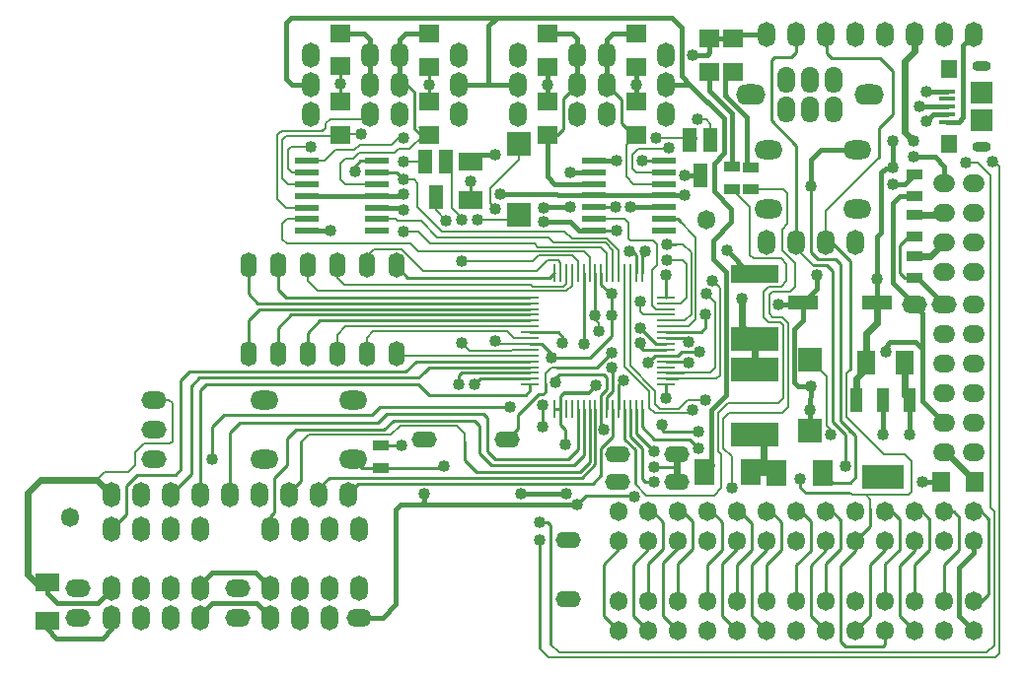
<source format=gtl>
G04 (created by PCBNEW-RS274X (2012-01-19 BZR 3256)-stable) date 30/5/2556 14:25:47*
G01*
G70*
G90*
%MOIN*%
G04 Gerber Fmt 3.4, Leading zero omitted, Abs format*
%FSLAX34Y34*%
G04 APERTURE LIST*
%ADD10C,0.006000*%
%ADD11O,0.060000X0.065000*%
%ADD12O,0.060000X0.085000*%
%ADD13R,0.062900X0.070900*%
%ADD14O,0.085000X0.055000*%
%ADD15O,0.085000X0.060000*%
%ADD16O,0.095000X0.064000*%
%ADD17O,0.060000X0.090000*%
%ADD18O,0.100000X0.070000*%
%ADD19R,0.070900X0.062900*%
%ADD20R,0.010000X0.060000*%
%ADD21R,0.060000X0.010000*%
%ADD22O,0.055000X0.085000*%
%ADD23R,0.144000X0.080000*%
%ADD24R,0.040000X0.080000*%
%ADD25R,0.078700X0.019700*%
%ADD26R,0.078700X0.078700*%
%ADD27O,0.075000X0.060000*%
%ADD28R,0.045000X0.080000*%
%ADD29R,0.080000X0.060000*%
%ADD30R,0.055000X0.035000*%
%ADD31C,0.060000*%
%ADD32R,0.160000X0.080000*%
%ADD33R,0.070900X0.086600*%
%ADD34R,0.098400X0.047200*%
%ADD35R,0.060000X0.080000*%
%ADD36R,0.160000X0.060000*%
%ADD37R,0.053100X0.015700*%
%ADD38R,0.055100X0.063000*%
%ADD39R,0.074800X0.074800*%
%ADD40O,0.063000X0.035400*%
%ADD41C,0.040000*%
%ADD42C,0.010000*%
%ADD43C,0.015000*%
%ADD44C,0.008000*%
%ADD45C,0.024000*%
G04 APERTURE END LIST*
G54D10*
G54D11*
X71949Y-48170D03*
X71949Y-49170D03*
X70949Y-48170D03*
X70949Y-49170D03*
X69949Y-48170D03*
X69949Y-49170D03*
X68949Y-48170D03*
X68949Y-49170D03*
X67949Y-48170D03*
X67949Y-49170D03*
X66949Y-48170D03*
X66949Y-49170D03*
X65949Y-48170D03*
X65949Y-49170D03*
X64949Y-48170D03*
X64949Y-49170D03*
X63949Y-48170D03*
X63949Y-49170D03*
X62949Y-48170D03*
X62949Y-49170D03*
X61949Y-48170D03*
X61949Y-49170D03*
X60949Y-48170D03*
X60949Y-49170D03*
X59949Y-48170D03*
X59949Y-49170D03*
X41402Y-45342D03*
X62898Y-35283D03*
G54D12*
X64943Y-36027D03*
X65943Y-36027D03*
X66943Y-36027D03*
X67943Y-36027D03*
G54D13*
X70841Y-44145D03*
X71959Y-44145D03*
G54D14*
X58246Y-48116D03*
X58246Y-46116D03*
G54D15*
X41678Y-48737D03*
X41678Y-47737D03*
G54D16*
X68016Y-32897D03*
X68016Y-34897D03*
X65016Y-32897D03*
X65016Y-34897D03*
G54D17*
X67210Y-30530D03*
X67210Y-31550D03*
X66410Y-30530D03*
X66410Y-31550D03*
X65610Y-30530D03*
X65610Y-31550D03*
G54D18*
X64410Y-31040D03*
X68410Y-31040D03*
G54D12*
X48186Y-45737D03*
X49186Y-45737D03*
X50186Y-45737D03*
X51186Y-45737D03*
G54D15*
X47064Y-48745D03*
X47064Y-47745D03*
G54D14*
X61914Y-43204D03*
X59914Y-43204D03*
G54D19*
X63018Y-30269D03*
X63018Y-29151D03*
X63815Y-30268D03*
X63815Y-29150D03*
G54D20*
X59743Y-37071D03*
X59548Y-37071D03*
X59353Y-37071D03*
X59153Y-37071D03*
X58958Y-37071D03*
X58763Y-37071D03*
X58563Y-37071D03*
X58368Y-37071D03*
X58173Y-37071D03*
X57973Y-37071D03*
X57778Y-37071D03*
X59743Y-41671D03*
X59548Y-41671D03*
X59353Y-41671D03*
X59153Y-41671D03*
X58958Y-41671D03*
X58763Y-41671D03*
X58563Y-41671D03*
X58368Y-41671D03*
X58173Y-41671D03*
X57973Y-41671D03*
X57778Y-41671D03*
G54D21*
X61553Y-37896D03*
X61553Y-38091D03*
X61553Y-38291D03*
X61553Y-38486D03*
X61553Y-38681D03*
X61553Y-38881D03*
X61553Y-39076D03*
X61553Y-39271D03*
X61553Y-39471D03*
X61553Y-39666D03*
X61553Y-39861D03*
X56953Y-39861D03*
X56953Y-39666D03*
X56953Y-39471D03*
X56953Y-39271D03*
X56953Y-39076D03*
X56953Y-38881D03*
X56953Y-38681D03*
X56953Y-38486D03*
X56953Y-38291D03*
X56953Y-38091D03*
X56953Y-37896D03*
X56953Y-40061D03*
X56953Y-40256D03*
X56953Y-40451D03*
X56953Y-40651D03*
X56953Y-40846D03*
X61553Y-40846D03*
X61553Y-40651D03*
X61553Y-40451D03*
X61553Y-40256D03*
X61553Y-40061D03*
G54D20*
X59943Y-41671D03*
X60138Y-41671D03*
X60333Y-41671D03*
X60533Y-41671D03*
X60728Y-41671D03*
X59943Y-37071D03*
X60138Y-37071D03*
X60333Y-37071D03*
X60533Y-37071D03*
X60728Y-37071D03*
G54D12*
X51538Y-29692D03*
X51538Y-30692D03*
X51538Y-31692D03*
X52538Y-29692D03*
X52538Y-30692D03*
X52538Y-31692D03*
G54D22*
X52423Y-36816D03*
X47423Y-36816D03*
X47423Y-39808D03*
X52423Y-39808D03*
X51423Y-39808D03*
X50423Y-39808D03*
X49423Y-39808D03*
X48423Y-39808D03*
X51423Y-36816D03*
X50423Y-36816D03*
X49423Y-36816D03*
X48423Y-36816D03*
G54D23*
X68880Y-43980D03*
G54D24*
X68880Y-41380D03*
X67980Y-41380D03*
X69780Y-41380D03*
G54D12*
X42804Y-44564D03*
X43804Y-44564D03*
X44804Y-44564D03*
X45804Y-44564D03*
X46804Y-44564D03*
X47804Y-44564D03*
X48804Y-44564D03*
X49804Y-44564D03*
X50804Y-44564D03*
X61538Y-31692D03*
X61538Y-30692D03*
X61538Y-29692D03*
X56538Y-31692D03*
X56538Y-30692D03*
X56538Y-29692D03*
X54538Y-31692D03*
X54538Y-30692D03*
X54538Y-29692D03*
X49538Y-31692D03*
X49538Y-30692D03*
X49538Y-29692D03*
G54D25*
X51763Y-35643D03*
X51764Y-35249D03*
X51764Y-34856D03*
X51764Y-34462D03*
X51764Y-34068D03*
X51764Y-33674D03*
X51764Y-33281D03*
X49401Y-35643D03*
X49401Y-35249D03*
X49401Y-34856D03*
X49401Y-34462D03*
X49401Y-34068D03*
X49401Y-33674D03*
X49401Y-33281D03*
X61471Y-35631D03*
X61472Y-35237D03*
X61472Y-34844D03*
X61472Y-34450D03*
X61472Y-34056D03*
X61472Y-33662D03*
X61472Y-33269D03*
X59109Y-35631D03*
X59109Y-35237D03*
X59109Y-34844D03*
X59109Y-34450D03*
X59109Y-34056D03*
X59109Y-33662D03*
X59109Y-33269D03*
G54D15*
X44237Y-41361D03*
X44237Y-42361D03*
X44237Y-43361D03*
G54D26*
X56580Y-32700D03*
X56580Y-35100D03*
G54D14*
X61914Y-44136D03*
X59914Y-44136D03*
G54D12*
X58538Y-29692D03*
X58538Y-30692D03*
X58538Y-31692D03*
X59538Y-29692D03*
X59538Y-30692D03*
X59538Y-31692D03*
G54D27*
X71950Y-43150D03*
X71950Y-42150D03*
X71950Y-41150D03*
X71950Y-40150D03*
X71950Y-39150D03*
X71950Y-38150D03*
X70950Y-43150D03*
X70950Y-42150D03*
X70950Y-41150D03*
X70950Y-40150D03*
X70950Y-39150D03*
G54D12*
X51186Y-47737D03*
G54D15*
X51186Y-48737D03*
G54D12*
X50186Y-47737D03*
X50186Y-48737D03*
X49186Y-47737D03*
X49186Y-48737D03*
X48186Y-47737D03*
X48186Y-48737D03*
X42800Y-45737D03*
X43800Y-45737D03*
X44800Y-45737D03*
X45800Y-45737D03*
X45800Y-47737D03*
X45800Y-48737D03*
X44800Y-47737D03*
X44800Y-48737D03*
X43800Y-47737D03*
X43800Y-48737D03*
X42800Y-47737D03*
X42800Y-48737D03*
G54D28*
X53412Y-33317D03*
X54112Y-33317D03*
X53762Y-34517D03*
X62344Y-32570D03*
X63044Y-32570D03*
X62694Y-33770D03*
G54D29*
X40627Y-48855D03*
X40627Y-47555D03*
G54D30*
X69950Y-37245D03*
X69950Y-36495D03*
X69940Y-35855D03*
X69940Y-35105D03*
X63770Y-34238D03*
X63770Y-33488D03*
X64407Y-34239D03*
X64407Y-33489D03*
G54D31*
X71865Y-34030D02*
X72015Y-34030D01*
X71865Y-35030D02*
X72015Y-35030D01*
X71865Y-36030D02*
X72015Y-36030D01*
X71865Y-37030D02*
X72015Y-37030D01*
G54D30*
X69952Y-34487D03*
X69952Y-33737D03*
G54D32*
X64526Y-40348D03*
X64526Y-42548D03*
G54D12*
X70944Y-29016D03*
X71944Y-29016D03*
G54D15*
X70930Y-38150D03*
X69930Y-38150D03*
G54D19*
X57540Y-28981D03*
X57540Y-30099D03*
X60537Y-28985D03*
X60537Y-30103D03*
G54D33*
X66836Y-43828D03*
X65256Y-43828D03*
X64410Y-43820D03*
X62830Y-43820D03*
G54D34*
X68660Y-38060D03*
X66160Y-38060D03*
G54D29*
X54943Y-33307D03*
X54943Y-34607D03*
G54D35*
X69614Y-40118D03*
X68314Y-40118D03*
G54D26*
X66416Y-40002D03*
X66416Y-42402D03*
G54D19*
X50540Y-28967D03*
X50540Y-30085D03*
X53543Y-28974D03*
X53543Y-30092D03*
G54D32*
X64530Y-39290D03*
G54D36*
X64530Y-37090D03*
G54D16*
X50976Y-41378D03*
X50976Y-43378D03*
X47976Y-41378D03*
X47976Y-43378D03*
G54D30*
X51909Y-42915D03*
X51909Y-43665D03*
G54D11*
X71951Y-45149D03*
X71951Y-46149D03*
X70951Y-45149D03*
X70951Y-46149D03*
X69951Y-45149D03*
X69951Y-46149D03*
X68951Y-45149D03*
X68951Y-46149D03*
X67951Y-45149D03*
X67951Y-46149D03*
X66951Y-45149D03*
X66951Y-46149D03*
X65951Y-45149D03*
X65951Y-46149D03*
X64951Y-45149D03*
X64951Y-46149D03*
X63951Y-45149D03*
X63951Y-46149D03*
X62951Y-45149D03*
X62951Y-46149D03*
X61951Y-45149D03*
X61951Y-46149D03*
X60951Y-45149D03*
X60951Y-46149D03*
X59951Y-45149D03*
X59951Y-46149D03*
G54D31*
X70865Y-34030D02*
X71015Y-34030D01*
X70865Y-35030D02*
X71015Y-35030D01*
X70865Y-36030D02*
X71015Y-36030D01*
X70865Y-37030D02*
X71015Y-37030D01*
G54D19*
X50540Y-31277D03*
X50540Y-32395D03*
X53543Y-31277D03*
X53543Y-32395D03*
X57540Y-31284D03*
X57540Y-32402D03*
X60534Y-31288D03*
X60534Y-32406D03*
G54D37*
X71050Y-31444D03*
X71050Y-31188D03*
X71050Y-31700D03*
X71050Y-31956D03*
X71050Y-30932D03*
G54D38*
X71090Y-32704D03*
X71090Y-30184D03*
G54D39*
X72192Y-31916D03*
X72192Y-30972D03*
G54D40*
X72192Y-32822D03*
X72192Y-30066D03*
G54D12*
X64944Y-29015D03*
X65944Y-29015D03*
X66944Y-29015D03*
X67944Y-29015D03*
X69944Y-29016D03*
X68944Y-29016D03*
G54D14*
X56183Y-42714D03*
X53383Y-42714D03*
G54D41*
X67118Y-42544D03*
X59703Y-40266D03*
X60926Y-40111D03*
X58170Y-44526D03*
X62684Y-39741D03*
X59265Y-39030D03*
X68964Y-39742D03*
X59153Y-38505D03*
X56633Y-44528D03*
X52605Y-42915D03*
X58152Y-42874D03*
X68880Y-42546D03*
X59160Y-40881D03*
X54941Y-33975D03*
X69206Y-33518D03*
X64101Y-37932D03*
X62184Y-33780D03*
X54102Y-35292D03*
X69207Y-32601D03*
X68667Y-37266D03*
X62609Y-31883D03*
X61554Y-36648D03*
X52668Y-35681D03*
X49532Y-32796D03*
X60660Y-38034D03*
X58314Y-33660D03*
X54639Y-36681D03*
X54634Y-35286D03*
X52668Y-33906D03*
X61554Y-36098D03*
X61638Y-32844D03*
X53385Y-44532D03*
X65351Y-38129D03*
X60462Y-44645D03*
X70353Y-30929D03*
X62290Y-39410D03*
X57798Y-40766D03*
X59716Y-37767D03*
X58532Y-44892D03*
X66420Y-40916D03*
X50199Y-35643D03*
X51032Y-33624D03*
X66441Y-34128D03*
X58316Y-34855D03*
X59716Y-38506D03*
X69909Y-33153D03*
X66628Y-37136D03*
X57408Y-34856D03*
X57408Y-35334D03*
X55776Y-39374D03*
X59872Y-35628D03*
X69780Y-42544D03*
X62430Y-29712D03*
X55756Y-33082D03*
X66417Y-41694D03*
X60736Y-33268D03*
X59448Y-42372D03*
X61128Y-43628D03*
X57661Y-39931D03*
X55782Y-34902D03*
X60847Y-36343D03*
X70106Y-31446D03*
X71672Y-33330D03*
X54537Y-40854D03*
X57261Y-45498D03*
X57261Y-46113D03*
X70353Y-31932D03*
X55056Y-40851D03*
X72558Y-33318D03*
X58763Y-39456D03*
X56259Y-41619D03*
X46192Y-43361D03*
X61128Y-44130D03*
X63762Y-44342D03*
X51233Y-32360D03*
X52668Y-34952D03*
X59853Y-34848D03*
X60341Y-34848D03*
X61396Y-42200D03*
X62637Y-42444D03*
X58049Y-39454D03*
X62446Y-41716D03*
X62868Y-41356D03*
X70194Y-44146D03*
X55182Y-35284D03*
X54642Y-39431D03*
X60660Y-39436D03*
X60660Y-38940D03*
X59703Y-39759D03*
X61553Y-41292D03*
X61553Y-37141D03*
X69206Y-34079D03*
X61205Y-32508D03*
X59855Y-33273D03*
X53542Y-30690D03*
X52668Y-33318D03*
X52668Y-32502D03*
X50540Y-30682D03*
X57542Y-30690D03*
X60536Y-30696D03*
X62874Y-38478D03*
X62289Y-40095D03*
X62640Y-43012D03*
X66084Y-44036D03*
X60288Y-36352D03*
X63117Y-37332D03*
X62906Y-37769D03*
X57370Y-41546D03*
X54033Y-43617D03*
X57369Y-42279D03*
X60105Y-40692D03*
X67587Y-43596D03*
X61131Y-43089D03*
X69903Y-32594D03*
X55936Y-34394D03*
X52671Y-34395D03*
X63599Y-36320D03*
X62181Y-34439D03*
G54D42*
X51909Y-42915D02*
X52605Y-42915D01*
G54D43*
X40627Y-47898D02*
X40627Y-47555D01*
G54D42*
X61934Y-39861D02*
X62054Y-39741D01*
G54D44*
X66975Y-42240D02*
X66975Y-41979D01*
G54D42*
X58915Y-41126D02*
X59160Y-40881D01*
G54D45*
X40627Y-47555D02*
X40249Y-47555D01*
G54D42*
X54943Y-33973D02*
X54941Y-33975D01*
X59740Y-40303D02*
X59703Y-40266D01*
X61176Y-39861D02*
X60926Y-40111D01*
X61176Y-39861D02*
X61553Y-39861D01*
G54D43*
X47670Y-47221D02*
X48186Y-47737D01*
X42324Y-48237D02*
X40966Y-48237D01*
G54D44*
X59153Y-38654D02*
X59265Y-38766D01*
X43357Y-43822D02*
X42576Y-43822D01*
X59153Y-38460D02*
X59153Y-38654D01*
G54D43*
X68964Y-39742D02*
X68964Y-39558D01*
G54D42*
X57973Y-41239D02*
X58086Y-41126D01*
X59153Y-37071D02*
X59153Y-37770D01*
X61553Y-39861D02*
X61934Y-39861D01*
G54D44*
X59265Y-38766D02*
X59265Y-39030D01*
G54D43*
X70215Y-39060D02*
X70215Y-39722D01*
G54D42*
X57973Y-42203D02*
X57973Y-41671D01*
G54D43*
X69432Y-34487D02*
X69952Y-34487D01*
X69201Y-34794D02*
X69201Y-37421D01*
G54D44*
X44856Y-42764D02*
X44771Y-42849D01*
G54D45*
X42319Y-44079D02*
X42804Y-44564D01*
G54D42*
X57778Y-41671D02*
X57973Y-41671D01*
G54D45*
X40410Y-44079D02*
X42319Y-44079D01*
G54D43*
X40966Y-48237D02*
X40627Y-47898D01*
X58168Y-44528D02*
X58170Y-44526D01*
G54D45*
X39981Y-47287D02*
X39981Y-44508D01*
G54D44*
X43902Y-42849D02*
X43619Y-43132D01*
G54D45*
X40249Y-47555D02*
X39981Y-47287D01*
G54D44*
X44771Y-42849D02*
X43902Y-42849D01*
G54D43*
X56633Y-44528D02*
X58168Y-44528D01*
G54D42*
X58100Y-41112D02*
X58929Y-41112D01*
X57973Y-41239D02*
X58100Y-41112D01*
G54D43*
X45800Y-47737D02*
X45800Y-47608D01*
G54D42*
X54941Y-33975D02*
X54941Y-34605D01*
G54D43*
X42800Y-47761D02*
X42324Y-48237D01*
G54D42*
X59548Y-41671D02*
X59548Y-41267D01*
X57973Y-41671D02*
X57973Y-42203D01*
G54D43*
X69108Y-39414D02*
X69984Y-39414D01*
G54D44*
X67118Y-42383D02*
X66975Y-42240D01*
G54D42*
X58086Y-41126D02*
X58353Y-41126D01*
G54D44*
X44856Y-42300D02*
X44856Y-42764D01*
G54D43*
X68964Y-39558D02*
X69108Y-39414D01*
G54D42*
X58100Y-41112D02*
X58929Y-41112D01*
G54D43*
X70215Y-41415D02*
X70950Y-42150D01*
G54D45*
X39981Y-44508D02*
X40410Y-44079D01*
G54D43*
X69201Y-34794D02*
X69201Y-34718D01*
G54D42*
X58353Y-41126D02*
X58915Y-41126D01*
X57973Y-41239D02*
X58100Y-41112D01*
G54D43*
X69201Y-37421D02*
X69930Y-38150D01*
X70215Y-39722D02*
X70215Y-41415D01*
G54D44*
X44856Y-41473D02*
X44744Y-41361D01*
G54D43*
X69984Y-39414D02*
X70215Y-39645D01*
G54D44*
X66975Y-40561D02*
X66416Y-40002D01*
G54D43*
X70215Y-39060D02*
X70215Y-38435D01*
X68880Y-41380D02*
X68880Y-42546D01*
G54D44*
X44237Y-41361D02*
X44744Y-41361D01*
G54D42*
X57973Y-42203D02*
X58152Y-42382D01*
X59740Y-40814D02*
X59740Y-41072D01*
X59740Y-40814D02*
X59740Y-40303D01*
G54D43*
X46187Y-47221D02*
X47670Y-47221D01*
G54D42*
X58152Y-42874D02*
X58152Y-42382D01*
X58929Y-41112D02*
X59160Y-40881D01*
X59740Y-41072D02*
X59545Y-41267D01*
G54D43*
X42800Y-47737D02*
X42800Y-47761D01*
X70215Y-38435D02*
X69930Y-38150D01*
G54D42*
X54941Y-34605D02*
X54943Y-34607D01*
G54D44*
X67118Y-42544D02*
X67118Y-42383D01*
G54D42*
X62054Y-39741D02*
X62684Y-39741D01*
X57973Y-41671D02*
X57973Y-41239D01*
X58152Y-42382D02*
X57973Y-42203D01*
X59545Y-41267D02*
X59548Y-41267D01*
G54D44*
X66975Y-41979D02*
X66975Y-40561D01*
G54D42*
X59153Y-37770D02*
X59153Y-38460D01*
G54D43*
X45800Y-47608D02*
X46187Y-47221D01*
X70215Y-39722D02*
X70215Y-39645D01*
X69201Y-34718D02*
X69432Y-34487D01*
G54D42*
X59153Y-38460D02*
X59153Y-38505D01*
G54D44*
X43619Y-43560D02*
X43357Y-43822D01*
X42576Y-43822D02*
X42319Y-44079D01*
X44856Y-42300D02*
X44856Y-41473D01*
X43619Y-43132D02*
X43619Y-43560D01*
G54D42*
X58929Y-41112D02*
X59160Y-40881D01*
G54D45*
X68314Y-39122D02*
X68660Y-38776D01*
X68314Y-40118D02*
X68314Y-40312D01*
G54D43*
X68802Y-33686D02*
X68802Y-35715D01*
G54D45*
X68314Y-40312D02*
X67980Y-40646D01*
X64101Y-38861D02*
X64530Y-39290D01*
G54D43*
X69207Y-32601D02*
X69207Y-33525D01*
X68802Y-35715D02*
X68667Y-35850D01*
X68667Y-37266D02*
X68667Y-35850D01*
G54D45*
X68660Y-38776D02*
X68660Y-38060D01*
G54D43*
X68963Y-33525D02*
X68802Y-33686D01*
G54D45*
X64530Y-40344D02*
X64526Y-40348D01*
X64101Y-37932D02*
X64101Y-38861D01*
X68314Y-40118D02*
X68314Y-39122D01*
G54D43*
X68667Y-37266D02*
X68667Y-38053D01*
G54D44*
X53762Y-34517D02*
X53762Y-34952D01*
G54D45*
X64530Y-39290D02*
X64530Y-40344D01*
G54D44*
X53762Y-34952D02*
X54102Y-35292D01*
G54D43*
X69207Y-33525D02*
X68963Y-33525D01*
X68667Y-38053D02*
X68660Y-38060D01*
X62194Y-33770D02*
X62184Y-33780D01*
X69207Y-33517D02*
X69206Y-33518D01*
X62694Y-33770D02*
X62194Y-33770D01*
G54D45*
X67980Y-40646D02*
X67980Y-41380D01*
G54D43*
X69207Y-33525D02*
X69207Y-33517D01*
G54D44*
X61553Y-38091D02*
X62048Y-38091D01*
X62053Y-38091D02*
X61553Y-38091D01*
X62897Y-31883D02*
X63044Y-32030D01*
X62093Y-36648D02*
X61554Y-36648D01*
X62609Y-31883D02*
X62897Y-31883D01*
X62053Y-38091D02*
X61553Y-38091D01*
X62048Y-38091D02*
X62226Y-37913D01*
X62226Y-37913D02*
X62226Y-36781D01*
X62226Y-36781D02*
X62093Y-36648D01*
X63044Y-32030D02*
X63044Y-32570D01*
X48907Y-33674D02*
X48785Y-33552D01*
X48785Y-33552D02*
X48785Y-32890D01*
X58302Y-36192D02*
X57956Y-36192D01*
X49401Y-33674D02*
X48907Y-33674D01*
X52669Y-35682D02*
X52668Y-35681D01*
X59320Y-36192D02*
X58302Y-36192D01*
X48879Y-32796D02*
X49532Y-32796D01*
X57588Y-36192D02*
X57209Y-36192D01*
X59548Y-37071D02*
X59548Y-36420D01*
X48785Y-32890D02*
X48879Y-32796D01*
X59548Y-36420D02*
X59320Y-36192D01*
X52669Y-35682D02*
X53170Y-35682D01*
X57209Y-36192D02*
X57094Y-36077D01*
X57956Y-36192D02*
X57588Y-36192D01*
X57094Y-36077D02*
X53565Y-36077D01*
X53565Y-36077D02*
X53170Y-35682D01*
X58958Y-36541D02*
X58958Y-37071D01*
X53165Y-36344D02*
X52890Y-36069D01*
X49401Y-35249D02*
X48744Y-35249D01*
X48582Y-35411D02*
X48582Y-35923D01*
X48744Y-35249D02*
X48582Y-35411D01*
X58958Y-36541D02*
X58761Y-36344D01*
X52890Y-36069D02*
X48910Y-36069D01*
X48728Y-36069D02*
X48910Y-36069D01*
X58761Y-36344D02*
X57743Y-36344D01*
X57743Y-36344D02*
X53165Y-36344D01*
X48582Y-35923D02*
X48728Y-36069D01*
G54D43*
X58316Y-33662D02*
X59109Y-33662D01*
G54D44*
X60660Y-38385D02*
X60660Y-38034D01*
X61553Y-38486D02*
X60761Y-38486D01*
X60761Y-38486D02*
X60660Y-38385D01*
G54D43*
X58316Y-33662D02*
X58314Y-33660D01*
G54D42*
X61932Y-35238D02*
X62040Y-35346D01*
X61471Y-35238D02*
X61932Y-35238D01*
X61931Y-35237D02*
X62040Y-35346D01*
X61472Y-35237D02*
X61931Y-35237D01*
G54D44*
X62303Y-38881D02*
X62550Y-38634D01*
X62550Y-38634D02*
X62550Y-35856D01*
X62550Y-35856D02*
X61931Y-35237D01*
X61553Y-38881D02*
X62303Y-38881D01*
X61931Y-35237D02*
X61472Y-35237D01*
X51423Y-39257D02*
X51423Y-39808D01*
X56405Y-39271D02*
X56186Y-39052D01*
X56186Y-39052D02*
X51628Y-39052D01*
X51628Y-39052D02*
X51423Y-39257D01*
X56953Y-39271D02*
X56405Y-39271D01*
G54D42*
X56017Y-38291D02*
X56015Y-38293D01*
X47787Y-38293D02*
X47423Y-38657D01*
X47423Y-38657D02*
X47423Y-39808D01*
X56015Y-38293D02*
X47787Y-38293D01*
X56953Y-38291D02*
X56017Y-38291D01*
G54D44*
X49771Y-37686D02*
X50800Y-37686D01*
X50800Y-37686D02*
X58182Y-37686D01*
X49423Y-37338D02*
X49771Y-37686D01*
X50892Y-37686D02*
X50914Y-37686D01*
X58368Y-37500D02*
X58368Y-37071D01*
X50800Y-37686D02*
X50892Y-37686D01*
X58182Y-37686D02*
X58368Y-37500D01*
X49423Y-36816D02*
X49423Y-37338D01*
X57668Y-36642D02*
X57654Y-36642D01*
X57654Y-36642D02*
X57546Y-36642D01*
X57973Y-37071D02*
X57973Y-36723D01*
X51423Y-36816D02*
X51423Y-36507D01*
X51423Y-36507D02*
X51672Y-36258D01*
X57892Y-36642D02*
X57668Y-36642D01*
X52598Y-36258D02*
X53346Y-37006D01*
X57973Y-36723D02*
X57892Y-36642D01*
X51672Y-36258D02*
X52598Y-36258D01*
X57546Y-36642D02*
X57182Y-37006D01*
X53346Y-37006D02*
X57182Y-37006D01*
X52476Y-39861D02*
X52423Y-39808D01*
X56953Y-39861D02*
X52476Y-39861D01*
G54D42*
X56027Y-38681D02*
X49849Y-38681D01*
X49423Y-39107D02*
X49423Y-39808D01*
X49849Y-38681D02*
X49423Y-39107D01*
X56953Y-38681D02*
X56027Y-38681D01*
X56085Y-38486D02*
X56084Y-38487D01*
X56120Y-38486D02*
X48864Y-38486D01*
X48423Y-38927D02*
X48423Y-39808D01*
X56953Y-38486D02*
X56120Y-38486D01*
X56120Y-38486D02*
X56085Y-38486D01*
X48864Y-38486D02*
X48423Y-38927D01*
X55981Y-38091D02*
X55979Y-38089D01*
X47731Y-38091D02*
X47423Y-37783D01*
X47423Y-37783D02*
X47423Y-36816D01*
X55981Y-38091D02*
X55981Y-38091D01*
X55981Y-38091D02*
X47731Y-38091D01*
X56953Y-38091D02*
X55981Y-38091D01*
G54D44*
X58173Y-37437D02*
X58085Y-37525D01*
X50655Y-37465D02*
X56978Y-37465D01*
X50423Y-36816D02*
X50423Y-37233D01*
X57038Y-37525D02*
X57758Y-37525D01*
X58085Y-37525D02*
X57758Y-37525D01*
X58173Y-37071D02*
X58173Y-37437D01*
X50423Y-37233D02*
X50655Y-37465D01*
X56978Y-37465D02*
X57038Y-37525D01*
G54D42*
X52423Y-36816D02*
X52423Y-36843D01*
X52817Y-37237D02*
X57612Y-37237D01*
X57612Y-37237D02*
X57778Y-37071D01*
X52423Y-36843D02*
X52817Y-37237D01*
G54D44*
X50423Y-39157D02*
X50423Y-39808D01*
X50699Y-38881D02*
X50423Y-39157D01*
X56953Y-38881D02*
X55983Y-38881D01*
X55983Y-38881D02*
X50699Y-38881D01*
G54D42*
X55976Y-37896D02*
X55973Y-37896D01*
X48696Y-37896D02*
X48423Y-37623D01*
X55976Y-37896D02*
X48696Y-37896D01*
X56953Y-37896D02*
X55976Y-37896D01*
X55973Y-37896D02*
X55972Y-37897D01*
X48423Y-37623D02*
X48423Y-36816D01*
G54D44*
X57263Y-36486D02*
X57263Y-36486D01*
X58382Y-36486D02*
X57695Y-36486D01*
X54634Y-35200D02*
X54297Y-34863D01*
X57564Y-36486D02*
X57263Y-36486D01*
X54297Y-33502D02*
X54112Y-33317D01*
X54634Y-35286D02*
X54634Y-35200D01*
X54222Y-33427D02*
X54112Y-33317D01*
X57564Y-36486D02*
X57243Y-36486D01*
X54297Y-34863D02*
X54297Y-33502D01*
X58563Y-36667D02*
X58382Y-36486D01*
X57695Y-36486D02*
X57564Y-36486D01*
X54222Y-33427D02*
X54112Y-33317D01*
X54639Y-36681D02*
X57048Y-36681D01*
X58563Y-37071D02*
X58563Y-36667D01*
X57243Y-36486D02*
X57048Y-36681D01*
X53031Y-33906D02*
X53150Y-34025D01*
X58360Y-35908D02*
X58112Y-35660D01*
X58112Y-35660D02*
X53971Y-35660D01*
X52668Y-33906D02*
X53031Y-33906D01*
X53150Y-34025D02*
X53150Y-34839D01*
X53971Y-35660D02*
X53150Y-34839D01*
G54D42*
X52436Y-33674D02*
X52668Y-33906D01*
G54D44*
X59433Y-35908D02*
X59491Y-35908D01*
X59410Y-35908D02*
X59433Y-35908D01*
X59491Y-35908D02*
X59550Y-35908D01*
X58360Y-35908D02*
X58112Y-35660D01*
X59943Y-37071D02*
X59943Y-36301D01*
G54D42*
X51764Y-33674D02*
X52436Y-33674D01*
G54D44*
X59491Y-35908D02*
X58360Y-35908D01*
X59550Y-35908D02*
X59943Y-36301D01*
X59373Y-35908D02*
X59550Y-35908D01*
X59943Y-36301D02*
X59550Y-35908D01*
X59743Y-36301D02*
X59492Y-36050D01*
X58341Y-36050D02*
X57752Y-36050D01*
X59492Y-36050D02*
X58341Y-36050D01*
X53807Y-35859D02*
X53269Y-35321D01*
X59743Y-37071D02*
X59743Y-36301D01*
X52403Y-35249D02*
X52475Y-35321D01*
X51764Y-35249D02*
X52403Y-35249D01*
X52475Y-35321D02*
X53269Y-35321D01*
X57752Y-36050D02*
X57561Y-35859D01*
X57561Y-35859D02*
X53807Y-35859D01*
X61062Y-38157D02*
X61062Y-36983D01*
X61226Y-36459D02*
X61226Y-36098D01*
X61196Y-38291D02*
X61062Y-38157D01*
X60325Y-35967D02*
X60260Y-35902D01*
X61553Y-38291D02*
X61196Y-38291D01*
X60260Y-35434D02*
X60260Y-35902D01*
X61095Y-35967D02*
X60325Y-35967D01*
X60260Y-35360D02*
X60260Y-35434D01*
X61062Y-36983D02*
X61226Y-36819D01*
X61226Y-36459D02*
X61226Y-36819D01*
X61226Y-36098D02*
X61095Y-35967D01*
X60137Y-35237D02*
X60260Y-35360D01*
X59109Y-35237D02*
X60137Y-35237D01*
X60591Y-32880D02*
X60768Y-32880D01*
G54D43*
X61554Y-31708D02*
X61538Y-31692D01*
G54D44*
X60533Y-33662D02*
X60414Y-33543D01*
X62388Y-36388D02*
X62098Y-36098D01*
G54D42*
X61602Y-32880D02*
X61638Y-32844D01*
G54D44*
X60768Y-32880D02*
X61602Y-32880D01*
X62176Y-38681D02*
X62388Y-38469D01*
X60414Y-33543D02*
X60414Y-33057D01*
G54D43*
X61554Y-31708D02*
X61538Y-31692D01*
G54D44*
X62098Y-36098D02*
X61554Y-36098D01*
X61472Y-33662D02*
X60533Y-33662D01*
X61553Y-38681D02*
X62176Y-38681D01*
X62388Y-38469D02*
X62388Y-36388D01*
G54D42*
X61554Y-36098D02*
X61885Y-36098D01*
G54D44*
X60414Y-33057D02*
X60591Y-32880D01*
X60533Y-33662D02*
X60414Y-33543D01*
G54D42*
X45153Y-43304D02*
X45153Y-43709D01*
X45449Y-40420D02*
X45153Y-40716D01*
X43654Y-43902D02*
X43296Y-44260D01*
X52242Y-40420D02*
X46221Y-40420D01*
X45153Y-43709D02*
X44960Y-43902D01*
X56953Y-40061D02*
X55838Y-40061D01*
X55838Y-40061D02*
X53090Y-40061D01*
X43296Y-45241D02*
X42800Y-45737D01*
X46221Y-40420D02*
X45449Y-40420D01*
X44960Y-43902D02*
X43654Y-43902D01*
X45153Y-40716D02*
X45153Y-43304D01*
X43296Y-44341D02*
X43296Y-44260D01*
X52242Y-40420D02*
X52731Y-40420D01*
X52731Y-40420D02*
X53090Y-40061D01*
X43296Y-44341D02*
X43296Y-45241D01*
X46928Y-40614D02*
X45780Y-40614D01*
X45780Y-40614D02*
X45500Y-40894D01*
X45500Y-40894D02*
X45500Y-43868D01*
X55963Y-40256D02*
X56953Y-40256D01*
X55963Y-40256D02*
X53530Y-40256D01*
X53172Y-40614D02*
X53354Y-40432D01*
X53530Y-40256D02*
X53354Y-40432D01*
X45500Y-43868D02*
X44804Y-44564D01*
X46928Y-40614D02*
X53172Y-40614D01*
X51715Y-40846D02*
X46006Y-40846D01*
X54570Y-41190D02*
X53592Y-41190D01*
X56807Y-41190D02*
X54570Y-41190D01*
X56953Y-40846D02*
X56953Y-41044D01*
X53589Y-41190D02*
X53523Y-41190D01*
X45804Y-41048D02*
X45804Y-41680D01*
X45804Y-43078D02*
X45804Y-44564D01*
X54570Y-41190D02*
X53589Y-41190D01*
X53523Y-41190D02*
X53179Y-40846D01*
X45804Y-43078D02*
X45804Y-41680D01*
X53179Y-40846D02*
X51715Y-40846D01*
X56953Y-41044D02*
X56807Y-41190D01*
X46006Y-40846D02*
X45804Y-41048D01*
X46804Y-44564D02*
X46804Y-42481D01*
X52090Y-41840D02*
X53101Y-41840D01*
X56196Y-43379D02*
X58229Y-43379D01*
X55374Y-41840D02*
X55494Y-41960D01*
X46804Y-42481D02*
X47152Y-42133D01*
X58563Y-43045D02*
X58563Y-41671D01*
X47152Y-42133D02*
X51561Y-42133D01*
X56196Y-43379D02*
X55771Y-43379D01*
X55494Y-43102D02*
X55494Y-42348D01*
X51797Y-42133D02*
X52090Y-41840D01*
X55771Y-43379D02*
X55494Y-43102D01*
X58229Y-43379D02*
X58563Y-43045D01*
X51561Y-42133D02*
X51797Y-42133D01*
X53101Y-41840D02*
X55374Y-41840D01*
X55494Y-41960D02*
X55494Y-42348D01*
X51594Y-42380D02*
X52012Y-42380D01*
X48186Y-45292D02*
X48304Y-45174D01*
X48186Y-45737D02*
X48186Y-45292D01*
X48304Y-44009D02*
X48730Y-43583D01*
X48730Y-42670D02*
X48730Y-43583D01*
X55870Y-43583D02*
X58430Y-43583D01*
X48304Y-45174D02*
X48304Y-44009D01*
X52330Y-42062D02*
X55058Y-42062D01*
X55058Y-42062D02*
X55230Y-42234D01*
X55230Y-42234D02*
X55230Y-42690D01*
X49020Y-42380D02*
X48730Y-42670D01*
X55870Y-43583D02*
X55633Y-43583D01*
X51594Y-42380D02*
X49020Y-42380D01*
X55633Y-43583D02*
X55230Y-43180D01*
X58430Y-43583D02*
X58763Y-43250D01*
X52012Y-42380D02*
X52330Y-42062D01*
X55230Y-43180D02*
X55230Y-42690D01*
X58763Y-43250D02*
X58763Y-41671D01*
X54740Y-43393D02*
X54740Y-42840D01*
X55482Y-43792D02*
X55454Y-43792D01*
X54740Y-42759D02*
X54740Y-42840D01*
G54D44*
X53019Y-42234D02*
X52569Y-42234D01*
G54D42*
X48804Y-44499D02*
X49196Y-44107D01*
G54D44*
X54740Y-42759D02*
X54740Y-42513D01*
X54461Y-42234D02*
X53019Y-42234D01*
X52248Y-42555D02*
X49461Y-42555D01*
G54D42*
X55482Y-43792D02*
X58627Y-43792D01*
G54D44*
X52569Y-42234D02*
X52248Y-42555D01*
G54D42*
X48804Y-44564D02*
X48804Y-44499D01*
X49196Y-44107D02*
X49196Y-42820D01*
X58958Y-43461D02*
X58958Y-41671D01*
X58627Y-43792D02*
X58958Y-43461D01*
G54D44*
X54740Y-42513D02*
X54461Y-42234D01*
X49461Y-42555D02*
X49196Y-42820D01*
G54D42*
X55139Y-43792D02*
X54740Y-43393D01*
X55454Y-43792D02*
X55139Y-43792D01*
X59334Y-43020D02*
X59743Y-42611D01*
X51153Y-44190D02*
X51614Y-44190D01*
X59743Y-41671D02*
X59743Y-42454D01*
X59334Y-43224D02*
X59334Y-43020D01*
X58670Y-44190D02*
X59062Y-44190D01*
X51614Y-44190D02*
X58670Y-44190D01*
X50804Y-44564D02*
X50804Y-44539D01*
X59062Y-44190D02*
X59334Y-43918D01*
X50804Y-44539D02*
X51153Y-44190D01*
X59334Y-43918D02*
X59334Y-43224D01*
X59743Y-42611D02*
X59743Y-42454D01*
X59153Y-43554D02*
X59153Y-41671D01*
X50162Y-43989D02*
X58718Y-43989D01*
X49804Y-44564D02*
X49804Y-44347D01*
X58718Y-43989D02*
X59153Y-43554D01*
X49804Y-44347D02*
X50162Y-43989D01*
X64440Y-45540D02*
X64440Y-46440D01*
X72189Y-45149D02*
X72440Y-45400D01*
X71949Y-48170D02*
X72200Y-48170D01*
X63949Y-46931D02*
X64440Y-46440D01*
X71951Y-45149D02*
X72189Y-45149D01*
X72440Y-45400D02*
X72440Y-47930D01*
X64049Y-45149D02*
X64440Y-45540D01*
X63949Y-48170D02*
X63949Y-46931D01*
X63951Y-45149D02*
X64049Y-45149D01*
X72200Y-48170D02*
X72440Y-47930D01*
X60408Y-44591D02*
X60462Y-44645D01*
G54D43*
X66420Y-40916D02*
X66432Y-40914D01*
G54D42*
X51211Y-33281D02*
X51764Y-33281D01*
X59436Y-40509D02*
X59540Y-40613D01*
X66441Y-35874D02*
X66441Y-35523D01*
X58986Y-39931D02*
X59716Y-39201D01*
G54D43*
X52412Y-45058D02*
X52576Y-44894D01*
G54D42*
X67442Y-42084D02*
X67784Y-42426D01*
G54D43*
X65857Y-39825D02*
X65857Y-39855D01*
G54D42*
X69440Y-48661D02*
X69949Y-49170D01*
G54D43*
X69780Y-41380D02*
X69780Y-42544D01*
G54D44*
X55782Y-34897D02*
X55607Y-34722D01*
X67442Y-42084D02*
X67784Y-42426D01*
G54D43*
X70940Y-33464D02*
X70940Y-34030D01*
X66091Y-38129D02*
X66160Y-38060D01*
X52412Y-48282D02*
X52412Y-45058D01*
X40627Y-48855D02*
X40627Y-49115D01*
X58598Y-35631D02*
X58301Y-35334D01*
X66440Y-33226D02*
X66769Y-32897D01*
G54D42*
X61859Y-43628D02*
X61914Y-43683D01*
G54D43*
X59109Y-35631D02*
X58598Y-35631D01*
G54D45*
X69614Y-41214D02*
X69780Y-41380D01*
G54D44*
X59448Y-42372D02*
X59448Y-42276D01*
G54D42*
X59663Y-37767D02*
X59716Y-37767D01*
X59448Y-42276D02*
X59353Y-42181D01*
G54D43*
X62430Y-29712D02*
X62922Y-29712D01*
G54D42*
X66441Y-35523D02*
X66441Y-35340D01*
G54D43*
X66628Y-37592D02*
X66160Y-38060D01*
X66628Y-37136D02*
X66628Y-37592D01*
X40938Y-49426D02*
X42493Y-49426D01*
G54D42*
X59869Y-35631D02*
X59872Y-35628D01*
X62151Y-39271D02*
X61553Y-39271D01*
G54D43*
X65994Y-40914D02*
X65857Y-40777D01*
G54D42*
X69440Y-46970D02*
X69440Y-48661D01*
X67442Y-37076D02*
X67442Y-36784D01*
X59353Y-37457D02*
X59663Y-37767D01*
X59540Y-40613D02*
X59540Y-41013D01*
G54D45*
X69614Y-40118D02*
X69614Y-41214D01*
G54D43*
X65857Y-39825D02*
X65857Y-40777D01*
X55782Y-33108D02*
X55756Y-33082D01*
X65351Y-38129D02*
X66091Y-38129D01*
G54D42*
X57798Y-40653D02*
X57942Y-40509D01*
X57661Y-39931D02*
X58986Y-39931D01*
G54D43*
X71050Y-30932D02*
X70356Y-30932D01*
X66160Y-38669D02*
X65857Y-38972D01*
X55782Y-33108D02*
X55756Y-33082D01*
X55756Y-33084D02*
X55737Y-33084D01*
X47694Y-48245D02*
X48186Y-48737D01*
X52576Y-44894D02*
X53281Y-44894D01*
X62922Y-29712D02*
X63018Y-29616D01*
X58530Y-44894D02*
X58532Y-44892D01*
X66416Y-41695D02*
X66416Y-42402D01*
G54D42*
X59716Y-37767D02*
X59716Y-38506D01*
X66441Y-35874D02*
X66441Y-36375D01*
G54D43*
X55168Y-33082D02*
X54943Y-33307D01*
G54D42*
X55737Y-33084D02*
X55166Y-33084D01*
X58532Y-44892D02*
X58550Y-44892D01*
G54D43*
X53385Y-44532D02*
X53385Y-44790D01*
G54D45*
X61914Y-44136D02*
X61914Y-43683D01*
G54D43*
X66160Y-38060D02*
X66160Y-38669D01*
G54D42*
X57798Y-40766D02*
X57798Y-40653D01*
X59353Y-41214D02*
X59353Y-41200D01*
X59353Y-41214D02*
X59353Y-41671D01*
X61128Y-43628D02*
X61859Y-43628D01*
X57661Y-39798D02*
X57334Y-39471D01*
X56953Y-39471D02*
X57334Y-39471D01*
G54D43*
X57409Y-34855D02*
X57408Y-34856D01*
G54D42*
X67442Y-36784D02*
X67254Y-36596D01*
X55166Y-33084D02*
X54943Y-33307D01*
G54D43*
X42800Y-49119D02*
X42800Y-48737D01*
G54D42*
X67254Y-36596D02*
X66662Y-36596D01*
G54D43*
X46213Y-48245D02*
X47694Y-48245D01*
G54D44*
X55782Y-34902D02*
X55782Y-34897D01*
G54D42*
X67442Y-37744D02*
X67442Y-37076D01*
X57661Y-39798D02*
X57661Y-39931D01*
X59109Y-35631D02*
X59869Y-35631D01*
X59353Y-42181D02*
X59353Y-41671D01*
G54D43*
X66416Y-41695D02*
X66417Y-41694D01*
G54D44*
X56580Y-33244D02*
X56580Y-32700D01*
G54D42*
X59716Y-39201D02*
X59716Y-37767D01*
G54D43*
X58316Y-34855D02*
X57409Y-34855D01*
X64944Y-29015D02*
X63950Y-29015D01*
X45800Y-48658D02*
X46213Y-48245D01*
X63018Y-29616D02*
X63018Y-29151D01*
G54D42*
X67164Y-44156D02*
X66836Y-43828D01*
X67930Y-43982D02*
X67756Y-44156D01*
X67756Y-44156D02*
X67164Y-44156D01*
G54D44*
X55873Y-39471D02*
X55776Y-39374D01*
G54D42*
X67930Y-42572D02*
X67930Y-43982D01*
X69951Y-46459D02*
X69440Y-46970D01*
G54D43*
X70629Y-33153D02*
X70940Y-33464D01*
G54D42*
X59540Y-41013D02*
X59353Y-41200D01*
G54D44*
X56953Y-39471D02*
X55873Y-39471D01*
G54D43*
X42493Y-49426D02*
X42800Y-49119D01*
G54D44*
X55607Y-34217D02*
X55782Y-34042D01*
G54D42*
X67442Y-42084D02*
X67930Y-42572D01*
G54D43*
X63950Y-29015D02*
X63815Y-29150D01*
X55756Y-33082D02*
X55756Y-33084D01*
G54D42*
X67442Y-41724D02*
X67442Y-42084D01*
G54D43*
X65857Y-38972D02*
X65857Y-39825D01*
G54D42*
X60737Y-33269D02*
X60736Y-33268D01*
G54D43*
X53281Y-44894D02*
X58530Y-44894D01*
G54D44*
X55607Y-34722D02*
X55607Y-34217D01*
G54D42*
X59353Y-41258D02*
X59353Y-41214D01*
G54D43*
X69909Y-33153D02*
X70629Y-33153D01*
G54D42*
X67442Y-37744D02*
X67442Y-41724D01*
G54D43*
X55756Y-33082D02*
X55168Y-33082D01*
X40627Y-49115D02*
X40938Y-49426D01*
X70356Y-30932D02*
X70353Y-30929D01*
G54D42*
X57942Y-40509D02*
X59436Y-40509D01*
G54D43*
X66432Y-40914D02*
X65994Y-40914D01*
X45800Y-48737D02*
X45800Y-48658D01*
X66769Y-32897D02*
X68016Y-32897D01*
G54D42*
X58550Y-44892D02*
X58851Y-44591D01*
G54D43*
X51186Y-48737D02*
X51957Y-48737D01*
G54D42*
X58851Y-44591D02*
X60408Y-44591D01*
X51032Y-33460D02*
X51211Y-33281D01*
G54D43*
X51957Y-48737D02*
X52412Y-48282D01*
X50199Y-35643D02*
X49401Y-35643D01*
G54D45*
X61914Y-43683D02*
X61914Y-43204D01*
G54D43*
X53385Y-44790D02*
X53281Y-44894D01*
G54D42*
X60737Y-33269D02*
X61472Y-33269D01*
G54D43*
X66441Y-34128D02*
X66440Y-33226D01*
X66420Y-40916D02*
X66417Y-41694D01*
G54D42*
X66441Y-36375D02*
X66662Y-36596D01*
X51032Y-33624D02*
X51032Y-33460D01*
X69951Y-46149D02*
X69951Y-46459D01*
X62151Y-39271D02*
X62290Y-39410D01*
G54D43*
X58301Y-35334D02*
X57408Y-35334D01*
G54D42*
X59353Y-37071D02*
X59353Y-37457D01*
X66441Y-35340D02*
X66441Y-34128D01*
G54D44*
X55782Y-34042D02*
X56580Y-33244D01*
G54D43*
X63018Y-29151D02*
X63815Y-29150D01*
G54D42*
X58316Y-34855D02*
X58317Y-34854D01*
X60728Y-36600D02*
X60728Y-36462D01*
X60728Y-36600D02*
X60728Y-36581D01*
X60728Y-36462D02*
X60847Y-36343D01*
X60728Y-37071D02*
X60728Y-36600D01*
X57531Y-45498D02*
X57638Y-45605D01*
G54D43*
X70108Y-31444D02*
X70106Y-31446D01*
G54D42*
X57638Y-46257D02*
X57638Y-45875D01*
G54D44*
X72506Y-45008D02*
X72506Y-34176D01*
G54D42*
X54537Y-40535D02*
X54621Y-40451D01*
G54D44*
X72627Y-49575D02*
X72627Y-45738D01*
X72373Y-49916D02*
X68080Y-49916D01*
X57638Y-49628D02*
X57638Y-46257D01*
X68080Y-49916D02*
X68014Y-49916D01*
X72627Y-49662D02*
X72373Y-49916D01*
X72627Y-45129D02*
X72627Y-45738D01*
X72506Y-45008D02*
X72627Y-45129D01*
X72506Y-34176D02*
X72506Y-34447D01*
G54D42*
X57638Y-45875D02*
X57638Y-49628D01*
X57261Y-45498D02*
X57531Y-45498D01*
G54D44*
X57926Y-49916D02*
X57638Y-49628D01*
X72627Y-49670D02*
X72627Y-49575D01*
X72627Y-49575D02*
X72627Y-49662D01*
X72506Y-34176D02*
X72506Y-33902D01*
G54D43*
X70108Y-31444D02*
X71050Y-31444D01*
G54D42*
X57638Y-45605D02*
X57638Y-45875D01*
G54D44*
X72506Y-33902D02*
X72506Y-33761D01*
X68080Y-49916D02*
X57926Y-49916D01*
X72506Y-33761D02*
X72075Y-33330D01*
X72075Y-33330D02*
X71672Y-33330D01*
G54D42*
X54537Y-40854D02*
X54537Y-40535D01*
X56953Y-40451D02*
X54621Y-40451D01*
G54D44*
X72792Y-49671D02*
X72792Y-49955D01*
X57568Y-50088D02*
X57261Y-49781D01*
G54D42*
X57261Y-46113D02*
X57261Y-49781D01*
G54D44*
X72659Y-50088D02*
X68103Y-50088D01*
X72792Y-49955D02*
X72659Y-50088D01*
G54D43*
X70359Y-31899D02*
X70558Y-31700D01*
X70558Y-31700D02*
X71050Y-31700D01*
G54D44*
X57261Y-49781D02*
X57261Y-46711D01*
X68103Y-50088D02*
X68034Y-50088D01*
G54D43*
X70359Y-31925D02*
X70359Y-31899D01*
G54D42*
X56953Y-40651D02*
X55256Y-40651D01*
G54D44*
X72792Y-49671D02*
X72792Y-49706D01*
X72636Y-33318D02*
X72792Y-33474D01*
G54D42*
X57261Y-46711D02*
X57261Y-46113D01*
G54D44*
X72792Y-33474D02*
X72792Y-49671D01*
G54D42*
X55256Y-40651D02*
X55056Y-40851D01*
G54D44*
X68103Y-50088D02*
X57568Y-50088D01*
G54D43*
X70359Y-31925D02*
X70353Y-31932D01*
G54D44*
X72558Y-33318D02*
X72636Y-33318D01*
G54D43*
X71050Y-31700D02*
X70558Y-31700D01*
G54D42*
X70949Y-46951D02*
X71450Y-46450D01*
X71450Y-45330D02*
X71450Y-46450D01*
X71269Y-45149D02*
X71450Y-45330D01*
X70949Y-48170D02*
X70949Y-46951D01*
X70951Y-45149D02*
X71269Y-45149D01*
X69949Y-46931D02*
X70450Y-46430D01*
X70189Y-45149D02*
X70450Y-45410D01*
X70450Y-45410D02*
X70450Y-46430D01*
X69951Y-45149D02*
X70189Y-45149D01*
X69949Y-48170D02*
X69949Y-46931D01*
X63089Y-45149D02*
X63450Y-45510D01*
X62951Y-45149D02*
X63089Y-45149D01*
X62949Y-48170D02*
X62949Y-46941D01*
X63450Y-45510D02*
X63450Y-46440D01*
X62949Y-46941D02*
X63450Y-46440D01*
X61450Y-45490D02*
X61450Y-46400D01*
X61109Y-45149D02*
X61450Y-45490D01*
X60949Y-46901D02*
X61450Y-46400D01*
X60951Y-45149D02*
X61109Y-45149D01*
X60949Y-48170D02*
X60949Y-46901D01*
X66949Y-48170D02*
X66949Y-46921D01*
X66951Y-45149D02*
X67159Y-45149D01*
X67450Y-45440D02*
X67450Y-46420D01*
X67159Y-45149D02*
X67450Y-45440D01*
X66949Y-46921D02*
X67450Y-46420D01*
X66951Y-46149D02*
X66951Y-46449D01*
X66440Y-48661D02*
X66949Y-49170D01*
X66440Y-46960D02*
X66440Y-48303D01*
X66951Y-46449D02*
X66440Y-46960D01*
X66440Y-48661D02*
X66949Y-49170D01*
X66440Y-48303D02*
X66440Y-48661D01*
X65949Y-48170D02*
X65949Y-46951D01*
X65949Y-46951D02*
X66440Y-46460D01*
X66440Y-45470D02*
X66440Y-46460D01*
X65951Y-45149D02*
X66119Y-45149D01*
X66119Y-45149D02*
X66440Y-45470D01*
X64949Y-46931D02*
X65450Y-46430D01*
X65450Y-45510D02*
X65450Y-46430D01*
X64949Y-48170D02*
X64949Y-46931D01*
X65089Y-45149D02*
X65450Y-45510D01*
X64951Y-45149D02*
X65089Y-45149D01*
X64450Y-48671D02*
X64949Y-49170D01*
X64951Y-46149D02*
X64951Y-46439D01*
X64450Y-46940D02*
X64450Y-48671D01*
X64951Y-46439D02*
X64450Y-46940D01*
X63951Y-46409D02*
X63440Y-46920D01*
X63440Y-46920D02*
X63440Y-48661D01*
X63951Y-46149D02*
X63951Y-46409D01*
X63440Y-48661D02*
X63949Y-49170D01*
X61951Y-46359D02*
X61440Y-46870D01*
X61440Y-48661D02*
X61949Y-49170D01*
X61951Y-46149D02*
X61951Y-46359D01*
X61440Y-46870D02*
X61440Y-48661D01*
X68949Y-46921D02*
X69440Y-46430D01*
X68951Y-45149D02*
X69169Y-45149D01*
X69440Y-45420D02*
X69440Y-46430D01*
X68949Y-48170D02*
X68949Y-46921D01*
X69169Y-45149D02*
X69440Y-45420D01*
X59440Y-48661D02*
X59949Y-49170D01*
X59951Y-46419D02*
X59440Y-46930D01*
X59440Y-46930D02*
X59440Y-48661D01*
X59951Y-46149D02*
X59951Y-46419D01*
X60440Y-46930D02*
X60440Y-48661D01*
X60951Y-46419D02*
X60440Y-46930D01*
X60440Y-48661D02*
X60949Y-49170D01*
X60951Y-46149D02*
X60951Y-46419D01*
X62109Y-45149D02*
X62440Y-45480D01*
X61949Y-46911D02*
X62440Y-46420D01*
X61949Y-48170D02*
X61949Y-46911D01*
X62440Y-45480D02*
X62440Y-46420D01*
X61951Y-45149D02*
X62109Y-45149D01*
X46192Y-43361D02*
X46192Y-42278D01*
X58763Y-38833D02*
X58763Y-37071D01*
X58763Y-39103D02*
X58763Y-38833D01*
X46589Y-41881D02*
X51605Y-41881D01*
X53244Y-41619D02*
X56259Y-41619D01*
X46193Y-43360D02*
X46192Y-43360D01*
X46192Y-43361D02*
X46192Y-43360D01*
X46192Y-42278D02*
X46589Y-41881D01*
X53244Y-41619D02*
X51867Y-41619D01*
X51867Y-41619D02*
X51605Y-41881D01*
X58763Y-39103D02*
X58763Y-39145D01*
X58763Y-38833D02*
X58763Y-39456D01*
G54D44*
X63410Y-43205D02*
X63410Y-44335D01*
G54D42*
X60490Y-44201D02*
X60494Y-44205D01*
X60490Y-43043D02*
X60490Y-44201D01*
G54D44*
X60878Y-44589D02*
X60494Y-44205D01*
X63410Y-44335D02*
X63156Y-44589D01*
X63309Y-43104D02*
X63410Y-43205D01*
X63309Y-41821D02*
X63309Y-43104D01*
X65499Y-41318D02*
X65336Y-41481D01*
X63649Y-41481D02*
X63309Y-41821D01*
X65336Y-41481D02*
X63649Y-41481D01*
X63156Y-44589D02*
X61572Y-44589D01*
X64380Y-36341D02*
X64380Y-34842D01*
X63951Y-34413D02*
X63770Y-34238D01*
X64380Y-36341D02*
X64380Y-36465D01*
X64380Y-34842D02*
X63951Y-34413D01*
X65499Y-39438D02*
X65499Y-39585D01*
X65499Y-41118D02*
X65499Y-41157D01*
X65201Y-38724D02*
X65387Y-38724D01*
G54D42*
X60138Y-41671D02*
X60138Y-42691D01*
G54D44*
X65499Y-39438D02*
X65499Y-40770D01*
X65499Y-40770D02*
X65499Y-41118D01*
G54D42*
X60138Y-42691D02*
X60490Y-43043D01*
G54D44*
X64845Y-38151D02*
X64845Y-37713D01*
X65019Y-37539D02*
X65172Y-37539D01*
X64845Y-37713D02*
X65019Y-37539D01*
X65334Y-36576D02*
X65424Y-36576D01*
X65619Y-37344D02*
X65424Y-37539D01*
X65619Y-36771D02*
X65619Y-37344D01*
X65424Y-36576D02*
X65619Y-36771D01*
X64845Y-38151D02*
X64845Y-38151D01*
X64845Y-38151D02*
X64845Y-38276D01*
X65499Y-38836D02*
X65499Y-39438D01*
X65387Y-38724D02*
X65499Y-38836D01*
X64990Y-38724D02*
X64845Y-38579D01*
X64845Y-38579D02*
X64845Y-38483D01*
X64845Y-38276D02*
X64845Y-38483D01*
X65201Y-38724D02*
X64990Y-38724D01*
X65172Y-37539D02*
X65424Y-37539D01*
X64491Y-36576D02*
X64380Y-36465D01*
X65334Y-36576D02*
X64491Y-36576D01*
X65499Y-40770D02*
X65499Y-41318D01*
X61572Y-44589D02*
X60878Y-44589D01*
X65025Y-38182D02*
X65025Y-37810D01*
X65134Y-37701D02*
X65239Y-37701D01*
X65025Y-37810D02*
X65134Y-37701D01*
G54D42*
X60738Y-44028D02*
X60840Y-44130D01*
X60738Y-43020D02*
X60738Y-43629D01*
X60333Y-41671D02*
X60333Y-42063D01*
X60333Y-42615D02*
X60738Y-43020D01*
G54D44*
X65025Y-38182D02*
X65025Y-38451D01*
G54D42*
X60840Y-44130D02*
X61128Y-44130D01*
X60738Y-43629D02*
X60738Y-44028D01*
G54D44*
X65660Y-40937D02*
X65660Y-39168D01*
X65660Y-41229D02*
X65660Y-41208D01*
X65466Y-38562D02*
X65660Y-38756D01*
X65025Y-38451D02*
X65136Y-38562D01*
X65136Y-38562D02*
X65466Y-38562D01*
X65660Y-38756D02*
X65660Y-39168D01*
X65660Y-41607D02*
X65466Y-41801D01*
X65660Y-41208D02*
X65660Y-40937D01*
X65730Y-37701D02*
X65898Y-37533D01*
X65651Y-35395D02*
X65457Y-35589D01*
X65651Y-34381D02*
X65651Y-34453D01*
X65509Y-34239D02*
X65651Y-34381D01*
X65651Y-34791D02*
X65651Y-34453D01*
X65651Y-34791D02*
X65651Y-35395D01*
X64407Y-34239D02*
X65509Y-34239D01*
X65457Y-36312D02*
X65457Y-35589D01*
X65898Y-36753D02*
X65457Y-36312D01*
X65898Y-37533D02*
X65898Y-36753D01*
X65239Y-37701D02*
X65730Y-37701D01*
X63762Y-43281D02*
X63762Y-44342D01*
X65660Y-40937D02*
X65660Y-41607D01*
G54D42*
X60333Y-42063D02*
X60333Y-42615D01*
G54D44*
X65466Y-41801D02*
X63670Y-41801D01*
X63670Y-41801D02*
X63471Y-42000D01*
X63471Y-42000D02*
X63471Y-42990D01*
X63471Y-42990D02*
X63762Y-43281D01*
X48582Y-32568D02*
X48702Y-32448D01*
X48582Y-33885D02*
X48582Y-32901D01*
X50755Y-32360D02*
X50540Y-32395D01*
X50487Y-32448D02*
X50540Y-32395D01*
G54D43*
X51346Y-28967D02*
X51538Y-29159D01*
X51538Y-29692D02*
X51538Y-30692D01*
G54D44*
X51233Y-32360D02*
X50755Y-32360D01*
G54D43*
X50540Y-28967D02*
X51346Y-28967D01*
G54D44*
X48765Y-34068D02*
X48582Y-33885D01*
X48702Y-32448D02*
X50487Y-32448D01*
X48582Y-32901D02*
X48582Y-32568D01*
X49401Y-34068D02*
X48765Y-34068D01*
G54D43*
X51538Y-29159D02*
X51538Y-29692D01*
G54D44*
X48405Y-32631D02*
X48405Y-32418D01*
X48555Y-32268D02*
X49934Y-32268D01*
X49919Y-32283D02*
X50040Y-32162D01*
X50040Y-32009D02*
X50189Y-31860D01*
X49934Y-32268D02*
X50040Y-32162D01*
X50040Y-32162D02*
X50040Y-32009D01*
X48540Y-32283D02*
X48405Y-32418D01*
X48405Y-34573D02*
X48405Y-32631D01*
X49401Y-34856D02*
X48688Y-34856D01*
X48688Y-34856D02*
X48405Y-34573D01*
X49455Y-32283D02*
X49919Y-32283D01*
X51370Y-31860D02*
X51538Y-31692D01*
X49455Y-32283D02*
X48540Y-32283D01*
X48405Y-32418D02*
X48555Y-32268D01*
X50189Y-31860D02*
X51370Y-31860D01*
G54D42*
X53251Y-32395D02*
X53543Y-32395D01*
G54D44*
X51825Y-32999D02*
X52381Y-32999D01*
X53363Y-32395D02*
X53543Y-32395D01*
G54D43*
X53543Y-28974D02*
X52744Y-28974D01*
X52744Y-28974D02*
X52538Y-29180D01*
G54D44*
X53211Y-32147D02*
X53543Y-32395D01*
X51663Y-32999D02*
X51825Y-32999D01*
G54D42*
X53026Y-30934D02*
X53026Y-32170D01*
G54D43*
X52538Y-29180D02*
X52538Y-29692D01*
G54D44*
X52381Y-32999D02*
X52494Y-32886D01*
X52872Y-32886D02*
X53363Y-32395D01*
X51825Y-32999D02*
X51175Y-32999D01*
G54D42*
X52784Y-30692D02*
X53026Y-30934D01*
G54D44*
X51175Y-32999D02*
X50964Y-33210D01*
G54D43*
X52538Y-29692D02*
X52538Y-30692D01*
G54D44*
X50540Y-33377D02*
X50540Y-33904D01*
G54D42*
X53026Y-32170D02*
X53251Y-32395D01*
G54D44*
X52494Y-32886D02*
X52872Y-32886D01*
X50704Y-34068D02*
X51764Y-34068D01*
X50540Y-33904D02*
X50704Y-34068D01*
X50707Y-33210D02*
X50540Y-33377D01*
X50964Y-33210D02*
X50707Y-33210D01*
G54D42*
X52538Y-30692D02*
X52784Y-30692D01*
G54D43*
X52572Y-34856D02*
X52668Y-34952D01*
X51764Y-34856D02*
X52572Y-34856D01*
X58538Y-29144D02*
X58538Y-29692D01*
X57540Y-33816D02*
X57540Y-32402D01*
X57540Y-28981D02*
X58375Y-28981D01*
G54D42*
X58056Y-31174D02*
X58538Y-30692D01*
X58056Y-32209D02*
X58056Y-31174D01*
G54D43*
X59109Y-34056D02*
X57780Y-34056D01*
X58375Y-28981D02*
X58538Y-29144D01*
X57780Y-34056D02*
X57540Y-33816D01*
G54D42*
X57540Y-32402D02*
X57863Y-32402D01*
G54D43*
X58538Y-29692D02*
X58538Y-30692D01*
G54D42*
X57863Y-32402D02*
X58056Y-32209D01*
X59109Y-34844D02*
X59849Y-34844D01*
X59849Y-34844D02*
X59853Y-34848D01*
X60534Y-32406D02*
X60441Y-32406D01*
G54D44*
X60188Y-32752D02*
X60534Y-32406D01*
G54D42*
X60039Y-32004D02*
X60039Y-31193D01*
G54D44*
X60426Y-34056D02*
X60188Y-33818D01*
G54D42*
X60039Y-31193D02*
X59538Y-30692D01*
G54D43*
X59538Y-29173D02*
X59726Y-28985D01*
G54D44*
X61472Y-34056D02*
X60426Y-34056D01*
G54D43*
X59726Y-28985D02*
X60537Y-28985D01*
G54D44*
X60188Y-33818D02*
X60188Y-32752D01*
G54D43*
X59538Y-29692D02*
X59538Y-30692D01*
G54D42*
X60441Y-32406D02*
X60039Y-32004D01*
G54D43*
X59538Y-29692D02*
X59538Y-29173D01*
X61468Y-34848D02*
X61472Y-34844D01*
X60341Y-34848D02*
X61468Y-34848D01*
G54D42*
X61396Y-42364D02*
X61476Y-42444D01*
X61476Y-42444D02*
X62637Y-42444D01*
G54D45*
X70990Y-43150D02*
X70950Y-43150D01*
G54D42*
X56953Y-39076D02*
X57896Y-39076D01*
X61396Y-42200D02*
X61396Y-42364D01*
X57896Y-39076D02*
X58049Y-39229D01*
G54D45*
X71959Y-44145D02*
X71959Y-44119D01*
G54D42*
X58049Y-39229D02*
X58049Y-39454D01*
G54D45*
X71959Y-44119D02*
X70990Y-43150D01*
G54D44*
X60976Y-41082D02*
X60138Y-40244D01*
X60976Y-41640D02*
X61156Y-41820D01*
X61896Y-41820D02*
X62342Y-41820D01*
X61156Y-41820D02*
X61896Y-41820D01*
X60976Y-41640D02*
X60976Y-41082D01*
X62342Y-41820D02*
X62446Y-41716D01*
X60138Y-40244D02*
X60138Y-37071D01*
X60333Y-37071D02*
X60333Y-40006D01*
X61186Y-41056D02*
X60333Y-40203D01*
X60333Y-37071D02*
X60333Y-40203D01*
X60333Y-40203D02*
X60333Y-39960D01*
X61956Y-41658D02*
X61326Y-41658D01*
X61086Y-40956D02*
X60333Y-40203D01*
X62868Y-41356D02*
X62844Y-41356D01*
X62258Y-41356D02*
X61956Y-41658D01*
X62844Y-41356D02*
X62258Y-41356D01*
X61326Y-41658D02*
X61186Y-41518D01*
X61186Y-41518D02*
X61186Y-41056D01*
G54D43*
X71575Y-29385D02*
X71944Y-29016D01*
X71434Y-31956D02*
X71575Y-31815D01*
X71575Y-31815D02*
X71575Y-29385D01*
X71050Y-31956D02*
X71434Y-31956D01*
G54D45*
X64834Y-43820D02*
X65248Y-43820D01*
X65248Y-43820D02*
X65256Y-43828D01*
X64834Y-43820D02*
X64834Y-42856D01*
X64410Y-43820D02*
X64834Y-43820D01*
X64834Y-42856D02*
X64526Y-42548D01*
G54D43*
X70841Y-44145D02*
X70195Y-44145D01*
X70195Y-44145D02*
X70194Y-44146D01*
G54D44*
X55182Y-35284D02*
X56396Y-35284D01*
X56580Y-35100D02*
X56396Y-35284D01*
X56337Y-39666D02*
X56953Y-39666D01*
X54910Y-39699D02*
X54642Y-39431D01*
X56304Y-39699D02*
X55674Y-39699D01*
X56337Y-39666D02*
X56304Y-39699D01*
X55674Y-39699D02*
X54910Y-39699D01*
G54D42*
X60890Y-39666D02*
X61553Y-39666D01*
X60660Y-39436D02*
X60660Y-39556D01*
X60770Y-39666D02*
X60890Y-39666D01*
X60660Y-39556D02*
X60770Y-39666D01*
G54D43*
X64260Y-33342D02*
X64407Y-33489D01*
X63815Y-30268D02*
X63834Y-30114D01*
X63834Y-30114D02*
X63552Y-30396D01*
X64260Y-31822D02*
X64260Y-33342D01*
X63556Y-31118D02*
X64260Y-31822D01*
X63552Y-30396D02*
X63552Y-31074D01*
X63556Y-31078D02*
X63552Y-31074D01*
X63556Y-31078D02*
X63556Y-31118D01*
G54D42*
X61191Y-39471D02*
X60660Y-38940D01*
X61553Y-39471D02*
X61191Y-39471D01*
X59204Y-40258D02*
X57852Y-40258D01*
X56548Y-41864D02*
X56548Y-42349D01*
X57383Y-41171D02*
X57241Y-41171D01*
X59204Y-40258D02*
X59703Y-39759D01*
X57459Y-40806D02*
X57459Y-40947D01*
X56548Y-42349D02*
X56183Y-42714D01*
G54D44*
X57459Y-40469D02*
X57459Y-40806D01*
G54D42*
X57241Y-41171D02*
X56548Y-41864D01*
X61553Y-40846D02*
X61553Y-41292D01*
X57459Y-41095D02*
X57383Y-41171D01*
X56548Y-42349D02*
X56183Y-42714D01*
G54D44*
X57852Y-40258D02*
X57670Y-40258D01*
G54D42*
X57459Y-40947D02*
X57459Y-41095D01*
G54D44*
X57670Y-40258D02*
X57459Y-40469D01*
G54D42*
X69721Y-35855D02*
X69440Y-36136D01*
X69940Y-35855D02*
X69721Y-35855D01*
G54D43*
X69950Y-37245D02*
X70025Y-37245D01*
G54D42*
X69440Y-37080D02*
X69605Y-37245D01*
G54D43*
X70025Y-37245D02*
X70930Y-38150D01*
G54D42*
X69440Y-36136D02*
X69440Y-37080D01*
X69605Y-37245D02*
X69950Y-37245D01*
G54D43*
X63770Y-31670D02*
X63014Y-30914D01*
X63770Y-33488D02*
X63770Y-31670D01*
X63018Y-30269D02*
X63014Y-30914D01*
G54D42*
X61553Y-37896D02*
X61553Y-37141D01*
G54D43*
X69206Y-34079D02*
X69610Y-34079D01*
X69610Y-34079D02*
X69952Y-33737D01*
X59851Y-33269D02*
X59855Y-33273D01*
X59109Y-33269D02*
X59851Y-33269D01*
X62344Y-32570D02*
X62515Y-32508D01*
G54D44*
X61205Y-32508D02*
X62515Y-32508D01*
G54D42*
X53543Y-30092D02*
X53543Y-30689D01*
X53542Y-31276D02*
X53543Y-31277D01*
X53543Y-30689D02*
X53542Y-30690D01*
X53542Y-30690D02*
X53542Y-31276D01*
G54D44*
X53412Y-33317D02*
X52669Y-33317D01*
X52278Y-32739D02*
X52515Y-32502D01*
X51187Y-32739D02*
X51010Y-32916D01*
X52106Y-32739D02*
X51187Y-32739D01*
X52515Y-32502D02*
X52668Y-32502D01*
X52669Y-33317D02*
X52668Y-33318D01*
X49401Y-33281D02*
X50008Y-33281D01*
X50008Y-33281D02*
X50373Y-32916D01*
X51561Y-32739D02*
X52106Y-32739D01*
X50373Y-32916D02*
X51010Y-32916D01*
X52106Y-32739D02*
X52278Y-32739D01*
G54D42*
X50540Y-30682D02*
X50540Y-31277D01*
X50540Y-30085D02*
X50540Y-30682D01*
G54D43*
X57540Y-30099D02*
X57540Y-30688D01*
X57542Y-31282D02*
X57540Y-31284D01*
X57540Y-30688D02*
X57542Y-30690D01*
X57542Y-30690D02*
X57542Y-31282D01*
X60537Y-30103D02*
X60536Y-30696D01*
X60536Y-30696D02*
X60536Y-31286D01*
X60536Y-31286D02*
X60534Y-31288D01*
G54D42*
X62412Y-39076D02*
X62417Y-39076D01*
X62073Y-39076D02*
X62148Y-39076D01*
X62073Y-39076D02*
X62720Y-39076D01*
X62318Y-39076D02*
X62412Y-39076D01*
X62874Y-38922D02*
X62874Y-38478D01*
X62148Y-39076D02*
X62318Y-39076D01*
X62013Y-39076D02*
X62073Y-39076D01*
X61553Y-39076D02*
X62013Y-39076D01*
X62720Y-39076D02*
X62874Y-38922D01*
X61553Y-40061D02*
X62255Y-40061D01*
X62255Y-40061D02*
X62289Y-40095D01*
X62640Y-43012D02*
X62640Y-43005D01*
G54D44*
X66943Y-34960D02*
X68733Y-33170D01*
G54D42*
X67770Y-37557D02*
X67770Y-36676D01*
G54D44*
X67636Y-41919D02*
X67636Y-41939D01*
X68452Y-44738D02*
X68298Y-44584D01*
G54D42*
X67590Y-49700D02*
X67440Y-49550D01*
X68949Y-49170D02*
X68949Y-49636D01*
X68885Y-49700D02*
X67590Y-49700D01*
X60728Y-42287D02*
X61146Y-42705D01*
G54D44*
X62436Y-42808D02*
X62640Y-43012D01*
X67838Y-44584D02*
X67749Y-44495D01*
G54D42*
X67133Y-29820D02*
X66965Y-29652D01*
X66965Y-29652D02*
X66965Y-29036D01*
X66254Y-44495D02*
X67749Y-44495D01*
G54D44*
X66943Y-36027D02*
X66943Y-34960D01*
G54D42*
X68754Y-29820D02*
X67133Y-29820D01*
X67440Y-46970D02*
X67440Y-49550D01*
X62436Y-42808D02*
X62640Y-43012D01*
X68733Y-32165D02*
X69188Y-31710D01*
X62640Y-43005D02*
X62340Y-42705D01*
X68733Y-32691D02*
X68733Y-33170D01*
X69188Y-30254D02*
X68754Y-29820D01*
X67951Y-46459D02*
X67440Y-46970D01*
X61146Y-42705D02*
X61335Y-42705D01*
X62340Y-42705D02*
X61335Y-42705D01*
X67770Y-37557D02*
X67770Y-40350D01*
X68949Y-49636D02*
X68885Y-49700D01*
X60728Y-41671D02*
X60728Y-42287D01*
X69188Y-31710D02*
X69188Y-30254D01*
X68452Y-45648D02*
X67951Y-46149D01*
X66965Y-29036D02*
X66944Y-29015D01*
X66084Y-44036D02*
X66083Y-44324D01*
G54D44*
X68196Y-44584D02*
X67838Y-44584D01*
G54D42*
X68733Y-32691D02*
X68733Y-32165D01*
X68452Y-45048D02*
X68452Y-45648D01*
G54D44*
X68452Y-45048D02*
X68452Y-44738D01*
G54D42*
X67951Y-46149D02*
X67951Y-46459D01*
G54D44*
X69846Y-43435D02*
X69846Y-44478D01*
X67770Y-40350D02*
X67636Y-40484D01*
X67636Y-41939D02*
X68901Y-43204D01*
G54D42*
X67121Y-36027D02*
X66943Y-36027D01*
G54D44*
X67636Y-40484D02*
X67636Y-41673D01*
X68901Y-43204D02*
X69615Y-43204D01*
X69846Y-44478D02*
X69740Y-44584D01*
X69740Y-44584D02*
X68298Y-44584D01*
X67636Y-41673D02*
X67636Y-41919D01*
G54D42*
X67770Y-36676D02*
X67121Y-36027D01*
G54D44*
X68298Y-44584D02*
X68196Y-44584D01*
G54D42*
X66083Y-44324D02*
X66254Y-44495D01*
G54D44*
X69615Y-43204D02*
X69846Y-43435D01*
G54D42*
X60411Y-36352D02*
X60533Y-36474D01*
X60533Y-36474D02*
X60533Y-36687D01*
X60533Y-37071D02*
X60533Y-36687D01*
X60288Y-36352D02*
X60411Y-36352D01*
G54D45*
X69940Y-35105D02*
X70865Y-35105D01*
G54D44*
X62367Y-40651D02*
X63253Y-40651D01*
X61553Y-40651D02*
X62367Y-40651D01*
X63253Y-40651D02*
X63362Y-40542D01*
X63362Y-37577D02*
X63117Y-37332D01*
G54D42*
X61553Y-40651D02*
X61939Y-40651D01*
G54D44*
X63362Y-40542D02*
X63362Y-37577D01*
G54D45*
X70865Y-35105D02*
X70940Y-35030D01*
G54D42*
X61553Y-40451D02*
X62145Y-40451D01*
G54D44*
X63029Y-40451D02*
X63200Y-40280D01*
X63200Y-40280D02*
X63200Y-38063D01*
G54D45*
X70475Y-36495D02*
X70940Y-36030D01*
X69950Y-36495D02*
X70475Y-36495D01*
G54D44*
X63200Y-38063D02*
X62906Y-37769D01*
X62145Y-40451D02*
X63029Y-40451D01*
G54D42*
X51909Y-43665D02*
X51263Y-43665D01*
X57369Y-42279D02*
X57370Y-42280D01*
X57370Y-41546D02*
X57369Y-42258D01*
X51909Y-43665D02*
X53985Y-43665D01*
X59943Y-41671D02*
X59943Y-40854D01*
X57369Y-42258D02*
X57369Y-42272D01*
X59943Y-40854D02*
X60105Y-40692D01*
X51263Y-43665D02*
X50976Y-43378D01*
X53985Y-43665D02*
X54033Y-43617D01*
X57369Y-42272D02*
X57369Y-42279D01*
X60533Y-42491D02*
X61131Y-43089D01*
X65943Y-32757D02*
X65102Y-31916D01*
X68951Y-46439D02*
X68450Y-46940D01*
X67176Y-37431D02*
X67176Y-37301D01*
X65944Y-29594D02*
X65770Y-29768D01*
X65102Y-31776D02*
X65102Y-31916D01*
X68450Y-46940D02*
X68450Y-48669D01*
X60533Y-41671D02*
X60533Y-42346D01*
X67176Y-37301D02*
X67176Y-36999D01*
X60533Y-42346D02*
X60533Y-42491D01*
X65943Y-35430D02*
X65943Y-36027D01*
X68450Y-48669D02*
X67949Y-49170D01*
X65944Y-29015D02*
X65944Y-29594D01*
X65770Y-29768D02*
X65198Y-29768D01*
X65943Y-36027D02*
X65943Y-32757D01*
X67587Y-43596D02*
X67587Y-42525D01*
X67587Y-42525D02*
X67176Y-42114D01*
G54D44*
X65943Y-35430D02*
X65943Y-36027D01*
G54D42*
X66969Y-36792D02*
X66488Y-36792D01*
X67176Y-37450D02*
X67176Y-42114D01*
X67176Y-36999D02*
X66969Y-36792D01*
G54D44*
X65943Y-36247D02*
X66488Y-36792D01*
X65943Y-36027D02*
X65943Y-36247D01*
G54D42*
X67176Y-37450D02*
X67176Y-37431D01*
X65198Y-29768D02*
X65102Y-29864D01*
X65102Y-29864D02*
X65102Y-31776D01*
X68951Y-46149D02*
X68951Y-46439D01*
G54D45*
X69944Y-29568D02*
X69618Y-29894D01*
X69944Y-29016D02*
X69944Y-29568D01*
G54D43*
X71951Y-46549D02*
X71450Y-47050D01*
G54D45*
X69618Y-29894D02*
X69618Y-32309D01*
G54D43*
X71450Y-48671D02*
X71949Y-49170D01*
X71450Y-47050D02*
X71450Y-48671D01*
X71951Y-46149D02*
X71951Y-46549D01*
G54D45*
X69618Y-32309D02*
X69903Y-32594D01*
G54D43*
X55936Y-34394D02*
X57837Y-34394D01*
X62170Y-34450D02*
X62181Y-34439D01*
X52604Y-34462D02*
X52671Y-34395D01*
X64530Y-37090D02*
X64369Y-37090D01*
X57837Y-34394D02*
X57893Y-34450D01*
X57893Y-34450D02*
X59109Y-34450D01*
X61472Y-34450D02*
X62170Y-34450D01*
X51764Y-34462D02*
X52604Y-34462D01*
X59109Y-34450D02*
X61472Y-34450D01*
X49401Y-34462D02*
X51764Y-34462D01*
X64369Y-37090D02*
X63599Y-36320D01*
X63066Y-41703D02*
X63066Y-41829D01*
X48705Y-29052D02*
X48705Y-29652D01*
X63511Y-32142D02*
X63511Y-31852D01*
X62351Y-30692D02*
X61538Y-30692D01*
X63511Y-31852D02*
X62351Y-30692D01*
X62063Y-30404D02*
X62351Y-30692D01*
X61430Y-28440D02*
X61744Y-28440D01*
X63511Y-32424D02*
X63511Y-33012D01*
X48884Y-28440D02*
X49035Y-28440D01*
X55920Y-28440D02*
X49035Y-28440D01*
X63559Y-41043D02*
X63559Y-41210D01*
X49126Y-28440D02*
X49035Y-28440D01*
X54538Y-30692D02*
X55550Y-30692D01*
X63511Y-33012D02*
X63154Y-33369D01*
X61744Y-28440D02*
X62063Y-28759D01*
X48705Y-29678D02*
X48705Y-28619D01*
G54D45*
X63066Y-43584D02*
X62830Y-43820D01*
G54D43*
X63154Y-34322D02*
X63747Y-34915D01*
X63066Y-41829D02*
X63066Y-43584D01*
X48705Y-28619D02*
X48884Y-28440D01*
X62063Y-28759D02*
X62063Y-30404D01*
X63747Y-35345D02*
X63747Y-34915D01*
X55550Y-28720D02*
X55830Y-28440D01*
X63559Y-41210D02*
X63066Y-41703D01*
X48705Y-29678D02*
X48705Y-30510D01*
X63559Y-37478D02*
X63559Y-41043D01*
X48705Y-30510D02*
X48887Y-30692D01*
X63511Y-32142D02*
X63511Y-32424D01*
X48705Y-29052D02*
X48705Y-29678D01*
X55920Y-28440D02*
X60480Y-28440D01*
X63559Y-37478D02*
X63559Y-37029D01*
X63559Y-37029D02*
X63126Y-36596D01*
X63126Y-36596D02*
X63126Y-35966D01*
X63126Y-35966D02*
X63747Y-35345D01*
X55830Y-28440D02*
X55920Y-28440D01*
X55550Y-30692D02*
X56538Y-30692D01*
X48705Y-30510D02*
X48887Y-30692D01*
X55550Y-30692D02*
X55550Y-28720D01*
X48887Y-30692D02*
X49538Y-30692D01*
X63154Y-33369D02*
X63154Y-34322D01*
X60480Y-28440D02*
X61430Y-28440D01*
M02*

</source>
